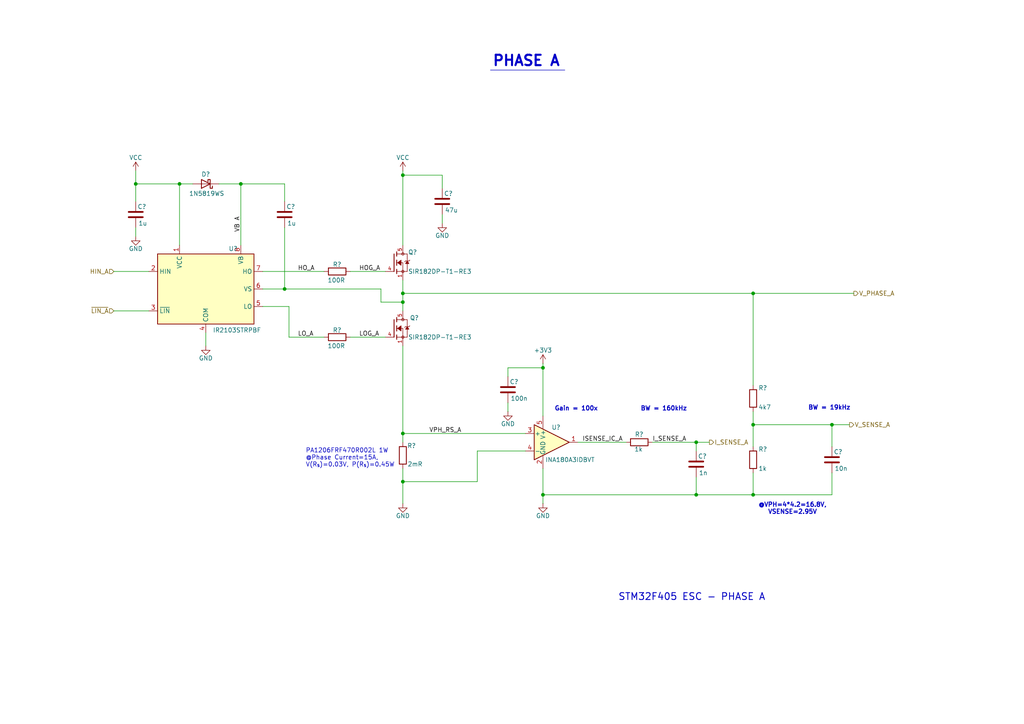
<source format=kicad_sch>
(kicad_sch (version 20250114) (generator "eeschema") (generator_version "9.0")
  (paper "A4")
  (title_block (title "STM32F405 ESC") (rev "0.0.1") (company "mangoByte"))
  (lib_symbols
    (symbol "Amplifier_Current:INA180A3" (pin_names (offset 0.127))
      (property "Reference" "U" (at 3.81 3.81 0))
      (property "Value" "INA180A3" (at 3.81 -2.54 0))
      (symbol "INA180A3_0_1"
        (polyline (pts (xy 5.08 0) (xy -5.08 5.08) (xy -5.08 -5.08) (xy 5.08 0)) (stroke (width 0.254)) (fill (type background)))
      )
      (symbol "INA180A3_1_1"
        (pin input line (at -7.62 2.54 0) (length 2.54) (name "+") (number "3"))
        (pin input line (at -7.62 -2.54 0) (length 2.54) (name "-") (number "4"))
        (pin power_in line (at -2.54 7.62 270) (length 3.81) (name "V+") (number "5"))
        (pin power_in line (at -2.54 -7.62 90) (length 3.81) (name "GND") (number "2"))
        (pin output line (at 7.62 0 180) (length 2.54) (name "~") (number "1"))
      )
    )
    (symbol "Device:C" (pin_numbers (hide yes)) (pin_names (offset 0.254))
      (property "Reference" "C" (at 0.635 2.54 0))
      (property "Value" "C" (at 0.635 -2.54 0))
      (symbol "C_0_1"
        (polyline (pts (xy -2.032 0.762) (xy 2.032 0.762)) (stroke (width 0.508)))
        (polyline (pts (xy -2.032 -0.762) (xy 2.032 -0.762)) (stroke (width 0.508)))
      )
      (symbol "C_1_1"
        (pin passive line (at 0 3.81 270) (length 2.794) (name "~") (number "1"))
        (pin passive line (at 0 -3.81 90) (length 2.794) (name "~") (number "2"))
      )
    )
    (symbol "Diode:1N5819WS" (pin_numbers (hide yes)) (pin_names (offset 1.016) (hide yes))
      (property "Reference" "D" (at 0 2.54 0))
      (property "Value" "1N5819WS" (at 0 -2.54 0))
      (symbol "1N5819WS_0_1"
        (polyline (pts (xy -1.905 0.635) (xy -1.905 1.27) (xy -1.27 1.27) (xy -1.27 -1.27) (xy -0.635 -1.27) (xy -0.635 -0.635)) (stroke (width 0.254)))
        (polyline (pts (xy 1.27 1.27) (xy 1.27 -1.27) (xy -1.27 0) (xy 1.27 1.27)) (stroke (width 0.254)))
        (polyline (pts (xy 1.27 0) (xy -1.27 0)))
      )
      (symbol "1N5819WS_1_1"
        (pin passive line (at -3.81 0 0) (length 2.54) (name "K") (number "1"))
        (pin passive line (at 3.81 0 180) (length 2.54) (name "A") (number "2"))
      )
    )
    (symbol "No silk screen devices:R" (pin_numbers (hide yes)) (pin_names (offset 0))
      (property "Reference" "R" (at 2.032 0 90))
      (property "Value" "R" (at 0 0 90))
      (symbol "R_0_1"
        (rectangle (start -1.016 -2.54) (end 1.016 2.54) (stroke (width 0.254)))
      )
      (symbol "R_1_1"
        (pin passive line (at 0 3.81 270) (length 1.27) (name "~") (number "1"))
        (pin passive line (at 0 -3.81 90) (length 1.27) (name "~") (number "2"))
      )
    )
    (symbol "SIR182DP-T1-RE3:SIR182DP-T1-RE3" (pin_names (offset 1.016))
      (property "Reference" "Q" (at -8.89 2.54 0))
      (property "Value" "SIR182DP-T1-RE3" (at -8.89 -7.62 0))
      (symbol "SIR182DP-T1-RE3_0_0"
        (polyline (pts (xy 0 2.54) (xy 0 -2.54)) (stroke (width 0.254)))
        (polyline (pts (xy 0.762 3.175) (xy 0.762 2.54)) (stroke (width 0.254)))
        (polyline (pts (xy 0.762 2.54) (xy 0.762 1.905)) (stroke (width 0.254)))
        (polyline (pts (xy 0.762 2.54) (xy 3.81 2.54)) (stroke (width 0.1524)))
        (polyline (pts (xy 0.762 0.762) (xy 0.762 0)) (stroke (width 0.254)))
        (polyline (pts (xy 0.762 0) (xy 0.762 -0.762)) (stroke (width 0.254)))
        (polyline (pts (xy 0.762 0) (xy 2.54 0)) (stroke (width 0.1524)))
        (polyline (pts (xy 0.762 -1.905) (xy 0.762 -2.54)) (stroke (width 0.254)))
        (polyline (pts (xy 0.762 -2.54) (xy 0.762 -3.175)) (stroke (width 0.254)))
        (polyline (pts (xy 1.016 0) (xy 2.032 0.762) (xy 2.032 -0.762) (xy 1.016 0)) (stroke (width 0.1524)) (fill (type outline)))
        (circle (center 2.54 2.54) (radius 0.3592))
        (polyline (pts (xy 2.54 0) (xy 2.54 -2.54)) (stroke (width 0.1524)))
        (polyline (pts (xy 2.54 -2.54) (xy 0.762 -2.54)) (stroke (width 0.1524)))
        (polyline (pts (xy 2.54 -2.54) (xy 3.81 -2.54)) (stroke (width 0.1524)))
        (circle (center 2.54 -2.54) (radius 0.3592))
        (polyline (pts (xy 3.302 0.508) (xy 3.048 0.254)) (stroke (width 0.1524)))
        (polyline (pts (xy 3.81 2.54) (xy 3.81 0.508)) (stroke (width 0.1524)))
        (polyline (pts (xy 3.81 0.508) (xy 3.302 0.508)) (stroke (width 0.1524)))
        (polyline (pts (xy 3.81 0.508) (xy 3.81 -2.54)) (stroke (width 0.1524)))
        (polyline (pts (xy 3.81 0.508) (xy 3.302 -0.254) (xy 4.318 -0.254) (xy 3.81 0.508)) (stroke (width 0.1524)) (fill (type outline)))
        (polyline (pts (xy 4.318 0.508) (xy 3.81 0.508)) (stroke (width 0.1524)))
        (polyline (pts (xy 4.572 0.762) (xy 4.318 0.508)) (stroke (width 0.1524)))
        (pin passive line (at -2.54 -2.54 0) (length 2.54) (name "~") (number "4"))
        (pin passive line (at 2.54 5.08 270) (length 2.54) (name "~") (number "5"))
        (pin passive line (at 2.54 5.08 270) (length 2.54) (hide yes) (name "~") (number "6"))
        (pin passive line (at 2.54 5.08 270) (length 2.54) (hide yes) (name "~") (number "7"))
        (pin passive line (at 2.54 5.08 270) (length 2.54) (hide yes) (name "~") (number "8"))
        (pin passive line (at 2.54 5.08 270) (length 2.54) (hide yes) (name "~") (number "9"))
        (pin passive line (at 2.54 -5.08 90) (length 2.54) (name "~") (number "1"))
        (pin passive line (at 2.54 -5.08 90) (length 2.54) (hide yes) (name "~") (number "2"))
        (pin passive line (at 2.54 -5.08 90) (length 2.54) (hide yes) (name "~") (number "3"))
      )
    )
    (symbol "personal-library:IR2103"
      (property "Reference" "U" (at 12.192 11.176 0))
      (property "Value" "IR2103" (at 2.286 -11.684 0))
      (symbol "IR2103_0_1"
        (rectangle (start -13.97 10.16) (end 13.97 -10.16) (stroke (width 0.254)) (fill (type background)))
      )
      (symbol "IR2103_1_1"
        (pin input line (at -16.51 5.08 0) (length 2.54) (name "HIN") (number "2"))
        (pin input line (at -16.51 -6.35 0) (length 2.54) (name "~{LIN}") (number "3"))
        (pin power_in line (at -7.62 12.7 270) (length 2.54) (name "VCC") (number "1"))
        (pin power_in line (at 0 -12.7 90) (length 2.54) (name "COM") (number "4"))
        (pin passive line (at 10.16 12.7 270) (length 2.54) (name "VB") (number "8"))
        (pin output line (at 16.51 5.08 180) (length 2.54) (name "HO") (number "7"))
        (pin passive line (at 16.51 0 180) (length 2.54) (name "VS") (number "6"))
        (pin output line (at 16.51 -5.08 180) (length 2.54) (name "LO") (number "5"))
      )
    )
    (symbol "power:+3V3" (power) (pin_numbers (hide yes)) (pin_names (offset 0) (hide yes))
      (property "Value" "+3V3" (at 0 3.556 0))
      (symbol "+3V3_0_1"
        (polyline (pts (xy -0.762 1.27) (xy 0 2.54)))
        (polyline (pts (xy 0 2.54) (xy 0.762 1.27)))
        (polyline (pts (xy 0 0) (xy 0 2.54)))
      )
      (symbol "+3V3_1_1"
        (pin power_in line (at 0 0 90) (length 0) (name "~") (number "1"))
      )
    )
    (symbol "power:GND" (power) (pin_numbers (hide yes)) (pin_names (offset 0) (hide yes))
      (property "Value" "GND" (at 0 -3.81 0))
      (symbol "GND_0_1"
        (polyline (pts (xy 0 0) (xy 0 -1.27) (xy 1.27 -1.27) (xy 0 -2.54) (xy -1.27 -1.27) (xy 0 -1.27)))
      )
      (symbol "GND_1_1"
        (pin power_in line (at 0 0 270) (length 0) (name "~") (number "1"))
      )
    )
    (symbol "power:VCC" (power) (pin_numbers (hide yes)) (pin_names (offset 0) (hide yes))
      (property "Value" "VCC" (at 0 3.556 0))
      (symbol "VCC_0_1"
        (polyline (pts (xy -0.762 1.27) (xy 0 2.54)))
        (polyline (pts (xy 0 2.54) (xy 0.762 1.27)))
        (polyline (pts (xy 0 0) (xy 0 2.54)))
      )
      (symbol "VCC_1_1"
        (pin power_in line (at 0 0 90) (length 0) (name "~") (number "1"))
      )
    )
  )
  (text "STM32F405 ESC - PHASE A" (at 200.66 173.228 0) (effects (font (size 2 2) (thickness 0.254) (bold yes))))
  (text "PA1206FRF470R002L 1W\n@Phase Current=15A, \nV(R_{s})=0.03V, P(R_{s})=0.45W" (at 88.646 132.842 0) (effects (font (size 1.27 1.27)) (justify left)))
  (text "@VPH=4*4.2=16.8V,\nVSENSE=2.95V" (at 229.87 147.574 0) (effects (font (size 1.27 1.27) (thickness 0.254) (bold yes))))
  (text "Gain = 100x" (at 167.132 118.618 0) (effects (font (size 1.27 1.27) (thickness 0.254) (bold yes))))
  (text "BW = 19kHz" (at 240.538 118.364 0) (effects (font (size 1.27 1.27) (thickness 0.254) (bold yes))))
  (text "PHASE A" (at 152.654 17.78 0) (effects (font (size 3 3) (thickness 0.6) (bold yes))))
  (text "BW = 160kHz" (at 192.532 118.618 0) (effects (font (size 1.27 1.27) (thickness 0.254) (bold yes))))
  (junction (at 52.07 53.34))
  (junction (at 39.37 53.34))
  (junction (at 116.84 139.7))
  (junction (at 82.55 83.82))
  (junction (at 201.93 143.51))
  (junction (at 218.44 143.51))
  (junction (at 218.44 123.19))
  (junction (at 69.85 53.34))
  (junction (at 116.84 50.8))
  (junction (at 157.48 143.51))
  (junction (at 116.84 87.63))
  (junction (at 116.84 125.73))
  (junction (at 218.44 85.09))
  (junction (at 201.93 128.27))
  (junction (at 241.3 123.19))
  (junction (at 116.84 85.09))
  (junction (at 157.48 106.68))
  (wire (pts (xy 116.84 85.09) (xy 116.84 87.63)))
  (wire (pts (xy 116.84 81.28) (xy 116.84 85.09)))
  (wire (pts (xy 76.2 88.9) (xy 83.82 88.9)))
  (wire (pts (xy 116.84 85.09) (xy 218.44 85.09)))
  (wire (pts (xy 116.84 135.89) (xy 116.84 139.7)))
  (wire (pts (xy 138.43 130.81) (xy 138.43 139.7)))
  (wire (pts (xy 157.48 105.41) (xy 157.48 106.68)))
  (wire (pts (xy 116.84 100.33) (xy 116.84 125.73)))
  (wire (pts (xy 147.32 116.84) (xy 147.32 119.38)))
  (wire (pts (xy 157.48 106.68) (xy 157.48 120.65)))
  (wire (pts (xy 39.37 53.34) (xy 39.37 58.42)))
  (wire (pts (xy 201.93 128.27) (xy 205.74 128.27)))
  (wire (pts (xy 241.3 123.19) (xy 241.3 129.54)))
  (wire (pts (xy 116.84 50.8) (xy 116.84 71.12)))
  (wire (pts (xy 157.48 143.51) (xy 157.48 146.05)))
  (wire (pts (xy 82.55 66.04) (xy 82.55 83.82)))
  (wire (pts (xy 241.3 137.16) (xy 241.3 143.51)))
  (wire (pts (xy 59.69 96.52) (xy 59.69 100.33)))
  (wire (pts (xy 128.27 64.77) (xy 128.27 62.23)))
  (wire (pts (xy 76.2 78.74) (xy 93.98 78.74)))
  (wire (pts (xy 152.4 130.81) (xy 138.43 130.81)))
  (wire (pts (xy 69.85 53.34) (xy 69.85 71.12)))
  (wire (pts (xy 201.93 138.43) (xy 201.93 143.51)))
  (wire (pts (xy 33.02 78.74) (xy 43.18 78.74)))
  (wire (pts (xy 110.49 87.63) (xy 116.84 87.63)))
  (wire (pts (xy 116.84 139.7) (xy 116.84 146.05)))
  (wire (pts (xy 83.82 88.9) (xy 83.82 97.79)))
  (wire (pts (xy 218.44 119.38) (xy 218.44 123.19)))
  (wire (pts (xy 218.44 85.09) (xy 247.65 85.09)))
  (wire (pts (xy 83.82 97.79) (xy 93.98 97.79)))
  (wire (pts (xy 52.07 53.34) (xy 55.88 53.34)))
  (wire (pts (xy 218.44 85.09) (xy 218.44 111.76)))
  (wire (pts (xy 101.6 78.74) (xy 111.76 78.74)))
  (wire (pts (xy 218.44 123.19) (xy 218.44 129.54)))
  (wire (pts (xy 52.07 71.12) (xy 52.07 53.34)))
  (wire (pts (xy 167.64 128.27) (xy 181.61 128.27)))
  (wire (pts (xy 39.37 66.04) (xy 39.37 68.58)))
  (wire (pts (xy 147.32 106.68) (xy 157.48 106.68)))
  (wire (pts (xy 116.84 125.73) (xy 116.84 128.27)))
  (wire (pts (xy 39.37 53.34) (xy 52.07 53.34)))
  (wire (pts (xy 116.84 49.53) (xy 116.84 50.8)))
  (wire (pts (xy 152.4 125.73) (xy 116.84 125.73)))
  (wire (pts (xy 101.6 97.79) (xy 111.76 97.79)))
  (wire (pts (xy 157.48 135.89) (xy 157.48 143.51)))
  (wire (pts (xy 63.5 53.34) (xy 69.85 53.34)))
  (wire (pts (xy 128.27 50.8) (xy 116.84 50.8)))
  (wire (pts (xy 218.44 123.19) (xy 241.3 123.19)))
  (wire (pts (xy 218.44 137.16) (xy 218.44 143.51)))
  (wire (pts (xy 201.93 128.27) (xy 201.93 130.81)))
  (wire (pts (xy 33.02 90.17) (xy 43.18 90.17)))
  (wire (pts (xy 189.23 128.27) (xy 201.93 128.27)))
  (wire (pts (xy 128.27 50.8) (xy 128.27 54.61)))
  (wire (pts (xy 147.32 106.68) (xy 147.32 109.22)))
  (wire (pts (xy 218.44 143.51) (xy 201.93 143.51)))
  (wire (pts (xy 157.48 143.51) (xy 201.93 143.51)))
  (wire (pts (xy 110.49 83.82) (xy 110.49 87.63)))
  (wire (pts (xy 82.55 83.82) (xy 110.49 83.82)))
  (wire (pts (xy 82.55 53.34) (xy 69.85 53.34)))
  (wire (pts (xy 116.84 87.63) (xy 116.84 90.17)))
  (wire (pts (xy 241.3 143.51) (xy 218.44 143.51)))
  (wire (pts (xy 241.3 123.19) (xy 246.38 123.19)))
  (wire (pts (xy 82.55 83.82) (xy 76.2 83.82)))
  (wire (pts (xy 39.37 49.53) (xy 39.37 53.34)))
  (wire (pts (xy 82.55 58.42) (xy 82.55 53.34)))
  (polyline (pts (xy 142.24 20.32) (xy 163.83 20.32)))
  (wire (pts (xy 138.43 139.7) (xy 116.84 139.7)))
  (label "HOG_A" (at 104.14 78.74 0))
  (label "VPH_RS_A" (at 124.46 125.73 0))
  (label "I_SENSE_A" (at 189.23 128.27 0))
  (label "LO_A" (at 86.36 97.79 0))
  (label "VB A" (at 69.85 67.31 90))
  (label "ISENSE_IC_A" (at 168.91 128.27 0))
  (label "HO_A" (at 86.36 78.74 0))
  (label "LOG_A" (at 104.14 97.79 0))
  (hierarchical_label "~{LIN_A}" (shape input) (at 33.02 90.17 180))
  (hierarchical_label "I_SENSE_A" (shape output) (at 205.74 128.27 0))
  (hierarchical_label "HIN_A" (shape input) (at 33.02 78.74 180))
  (hierarchical_label "V_SENSE_A" (shape output) (at 246.38 123.19 0))
  (hierarchical_label "V_PHASE_A" (shape output) (at 247.65 85.09 0))
  (symbol (lib_id "No silk screen devices:R") (at 185.42 128.27 90) (unit 1)
    (property "Reference" "R?" (at 186.69 125.984 90) (effects (justify left)))
    (property "Value" "1k" (at 186.436 130.302 90) (effects (justify left)))
    (property "Footprint" "No Silkscreen:R_0402_1005Metric" (effects (hide yes)))
    (property "Description" "Resistor" (effects (hide yes)))
  )
  (symbol (lib_id "No silk screen devices:R") (at 97.79 97.79 90) (unit 1)
    (property "Reference" "R?" (at 97.79 95.758 90))
    (property "Value" "100R" (at 97.536 100.33 90))
    (property "Footprint" "No Silkscreen:R_0805_2012Metric" (effects (hide yes)))
    (property "Description" "Resistor" (effects (hide yes)))
  )
  (symbol (lib_id "power:VCC") (at 116.84 49.53 0) (unit 1)
    (property "Reference" "#PWR04" (effects (hide yes)))
    (property "Value" "VCC" (at 116.84 45.72 0))
    (property "Description" "Power symbol creates a global label with name \"VCC\"" (effects (hide yes)))
  )
  (symbol (lib_id "personal-library:IR2103") (at 59.69 83.82 0) (unit 1)
    (property "Reference" "U?" (at 66.294 72.136 0) (effects (justify left)))
    (property "Value" "IR2103STRPBF" (at 61.722 95.758 0) (effects (justify left)))
    (property "Datasheet" "https://www.infineon.com/dgdl/ir2103.pdf?fileId=5546d462533600a4015355c7b54b166f" (effects (hide yes)))
    (property "Description" "Half-Bridge Driver, 600V, 210/360mA, PDIP-8/SOIC-8" (effects (hide yes)))
  )
  (symbol (lib_id "power:+3V3") (at 157.48 105.41 0) (unit 1)
    (property "Reference" "#PWR?" (effects (hide yes)))
    (property "Value" "+3V3" (at 157.48 101.6 0))
    (property "Description" "Power symbol creates a global label with name \"+3V3\"" (effects (hide yes)))
  )
  (symbol (lib_id "power:GND") (at 128.27 64.77 0) (unit 1)
    (property "Reference" "#PWR05" (effects (hide yes)))
    (property "Value" "GND" (at 128.27 68.326 0))
    (property "Description" "Power symbol creates a global label with name \"GND\" , ground" (effects (hide yes)))
  )
  (symbol (lib_id "Device:C") (at 201.93 134.62 0) (unit 1)
    (property "Reference" "C?" (at 202.438 132.334 0) (effects (justify left)))
    (property "Value" "1n" (at 202.692 137.16 0) (effects (justify left)))
    (property "Footprint" "No Silkscreen:C_0402_1005Metric" (effects (hide yes)))
    (property "Description" "Unpolarized capacitor" (effects (hide yes)))
  )
  (symbol (lib_id "Device:C") (at 82.55 62.23 0) (unit 1)
    (property "Reference" "C?" (at 83.058 59.944 0) (effects (justify left)))
    (property "Value" "1u" (at 83.312 64.77 0) (effects (justify left)))
    (property "Footprint" "No Silkscreen:C_0402_1005Metric" (effects (hide yes)))
    (property "Description" "Unpolarized capacitor" (effects (hide yes)))
  )
  (symbol (lib_id "power:GND") (at 116.84 146.05 0) (unit 1)
    (property "Reference" "#PWR06" (effects (hide yes)))
    (property "Value" "GND" (at 116.84 149.606 0))
    (property "Description" "Power symbol creates a global label with name \"GND\" , ground" (effects (hide yes)))
  )
  (symbol (lib_id "No silk screen devices:R") (at 218.44 115.57 0) (unit 1)
    (property "Reference" "R?" (at 219.964 112.522 0) (effects (justify left)))
    (property "Value" "4k7" (at 219.964 118.11 0) (effects (justify left)))
    (property "Footprint" "No Silkscreen:R_0402_1005Metric" (effects (hide yes)))
    (property "Description" "Resistor" (effects (hide yes)))
  )
  (symbol (lib_id "No silk screen devices:R") (at 116.84 132.08 0) (unit 1)
    (property "Reference" "R?" (at 119.38 129.286 0))
    (property "Value" "2mR" (at 120.396 134.62 0))
    (property "Footprint" "Resistor_SMD:R_1206_3216Metric" (effects (hide yes)))
    (property "Description" "Resistor" (effects (hide yes)))
  )
  (symbol (lib_id "power:GND") (at 59.69 100.33 0) (unit 1)
    (property "Reference" "#PWR?" (effects (hide yes)))
    (property "Value" "GND" (at 59.69 103.886 0))
    (property "Description" "Power symbol creates a global label with name \"GND\" , ground" (effects (hide yes)))
  )
  (symbol (lib_id "Device:C") (at 128.27 58.42 0) (unit 1)
    (property "Reference" "C?" (at 128.778 56.134 0) (effects (justify left)))
    (property "Value" "47u" (at 129.032 60.96 0) (effects (justify left)))
    (property "Description" "Unpolarized capacitor" (effects (hide yes)))
  )
  (symbol (lib_id "Device:C") (at 147.32 113.03 0) (unit 1)
    (property "Reference" "C?" (at 147.828 110.744 0) (effects (justify left)))
    (property "Value" "100n" (at 148.082 115.57 0) (effects (justify left)))
    (property "Footprint" "No Silkscreen:C_0402_1005Metric" (effects (hide yes)))
    (property "Description" "Unpolarized capacitor" (effects (hide yes)))
  )
  (symbol (lib_id "No silk screen devices:R") (at 97.79 78.74 90) (unit 1)
    (property "Reference" "R?" (at 97.79 76.708 90))
    (property "Value" "100R" (at 97.536 81.28 90))
    (property "Footprint" "No Silkscreen:R_0805_2012Metric" (effects (hide yes)))
    (property "Description" "Resistor" (effects (hide yes)))
  )
  (symbol (lib_id "power:VCC") (at 39.37 49.53 0) (unit 1)
    (property "Reference" "#PWR?" (effects (hide yes)))
    (property "Value" "VCC" (at 39.37 45.72 0))
    (property "Description" "Power symbol creates a global label with name \"VCC\"" (effects (hide yes)))
  )
  (symbol (lib_id "No silk screen devices:R") (at 218.44 133.35 0) (unit 1)
    (property "Reference" "R?" (at 219.964 130.302 0) (effects (justify left)))
    (property "Value" "1k" (at 219.964 135.89 0) (effects (justify left)))
    (property "Footprint" "No Silkscreen:R_0402_1005Metric" (effects (hide yes)))
    (property "Description" "Resistor" (effects (hide yes)))
  )
  (symbol (lib_id "SIR182DP-T1-RE3:SIR182DP-T1-RE3") (at 114.3 76.2 0) (unit 1)
    (property "Reference" "Q?" (at 118.364 73.152 0) (effects (justify left)))
    (property "Value" "SIR182DP-T1-RE3" (at 118.364 78.74 0) (effects (justify left)))
    (property "Footprint" "SIR182DP-T1-RE3:SIR182DP-T1-RE3" (effects (hide yes)))
    (property "MF" "Vishay" (effects (hide yes)))
    (property "Description_1" "N-Channel 60 V 60A (Tc) 69.4W (Tc) Surface Mount PowerPAK® SO-8" (effects (hide yes)))
    (property "Package" "PowerPAK SO-8 Vishay" (effects (hide yes)))
    (property "Price" "None" (effects (hide yes)))
    (property "STANDARD" "Manufacturer Recommendations" (effects (hide yes)))
    (property "PARTREV" "B" (effects (hide yes)))
    (property "SnapEDA_Link" "https://www.snapeda.com/parts/SIR182DP-T1-RE3/Vishay+Siliconix/view-part/?ref=snap" (effects (hide yes)))
    (property "MP" "SIR182DP-T1-RE3" (effects (hide yes)))
    (property "Purchase-URL" "https://www.snapeda.com/api/url_track_click_mouser/?unipart_id=3228614&manufacturer=Vishay&part_name=SIR182DP-T1-RE3&search_term=sir182dp-t1-re3" (effects (hide yes)))
    (property "Availability" "In Stock" (effects (hide yes)))
    (property "Check_prices" "https://www.snapeda.com/parts/SIR182DP-T1-RE3/Vishay+Siliconix/view-part/?ref=eda" (effects (hide yes)))
  )
  (symbol (lib_id "SIR182DP-T1-RE3:SIR182DP-T1-RE3") (at 114.3 95.25 0) (unit 1)
    (property "Reference" "Q?" (at 118.872 92.202 0) (effects (justify left)))
    (property "Value" "SIR182DP-T1-RE3" (at 118.364 97.79 0) (effects (justify left)))
    (property "Footprint" "SIR182DP-T1-RE3:SIR182DP-T1-RE3" (effects (hide yes)))
    (property "MF" "Vishay" (effects (hide yes)))
    (property "Description_1" "N-Channel 60 V 60A (Tc) 69.4W (Tc) Surface Mount PowerPAK® SO-8" (effects (hide yes)))
    (property "Package" "PowerPAK SO-8 Vishay" (effects (hide yes)))
    (property "Price" "None" (effects (hide yes)))
    (property "STANDARD" "Manufacturer Recommendations" (effects (hide yes)))
    (property "PARTREV" "B" (effects (hide yes)))
    (property "SnapEDA_Link" "https://www.snapeda.com/parts/SIR182DP-T1-RE3/Vishay+Siliconix/view-part/?ref=snap" (effects (hide yes)))
    (property "MP" "SIR182DP-T1-RE3" (effects (hide yes)))
    (property "Purchase-URL" "https://www.snapeda.com/api/url_track_click_mouser/?unipart_id=3228614&manufacturer=Vishay&part_name=SIR182DP-T1-RE3&search_term=sir182dp-t1-re3" (effects (hide yes)))
    (property "Availability" "In Stock" (effects (hide yes)))
    (property "Check_prices" "https://www.snapeda.com/parts/SIR182DP-T1-RE3/Vishay+Siliconix/view-part/?ref=eda" (effects (hide yes)))
  )
  (symbol (lib_id "Diode:1N5819WS") (at 59.69 53.34 180) (unit 1)
    (property "Reference" "D?" (at 59.69 50.546 0))
    (property "Value" "1N5819WS" (at 59.944 56.134 0))
    (property "Footprint" "Diode_SMD:D_SOD-323" (effects (hide yes)))
    (property "Datasheet" "https://datasheet.lcsc.com/lcsc/2204281430_Guangdong-Hottech-1N5819WS_C191023.pdf" (effects (hide yes)))
    (property "Description" "40V 600mV@1A 1A SOD-323 Schottky Barrier Diodes, SOD-323" (effects (hide yes)))
  )
  (symbol (lib_id "Device:C") (at 241.3 133.35 0) (unit 1)
    (property "Reference" "C?" (at 241.808 131.064 0) (effects (justify left)))
    (property "Value" "10n" (at 242.062 135.89 0) (effects (justify left)))
    (property "Footprint" "No Silkscreen:C_0402_1005Metric" (effects (hide yes)))
    (property "Description" "Unpolarized capacitor" (effects (hide yes)))
  )
  (symbol (lib_id "power:GND") (at 39.37 68.58 0) (unit 1)
    (property "Reference" "#PWR02" (effects (hide yes)))
    (property "Value" "GND" (at 39.37 72.136 0))
    (property "Description" "Power symbol creates a global label with name \"GND\" , ground" (effects (hide yes)))
  )
  (symbol (lib_id "power:GND") (at 147.32 119.38 0) (unit 1)
    (property "Reference" "#PWR08" (effects (hide yes)))
    (property "Value" "GND" (at 147.32 122.936 0))
    (property "Description" "Power symbol creates a global label with name \"GND\" , ground" (effects (hide yes)))
  )
  (symbol (lib_id "Amplifier_Current:INA180A3") (at 160.02 128.27 0) (unit 1)
    (property "Reference" "U?" (at 161.29 123.952 0))
    (property "Value" "INA180A3IDBVT" (at 165.354 133.35 0))
    (property "Footprint" "Package_TO_SOT_SMD:SOT-23-5" (effects (hide yes)))
    (property "Datasheet" "http://www.ti.com/lit/ds/symlink/ina180.pdf" (effects (hide yes)))
    (property "Description" "Current Sense Amplifier, 1 Circuit, Rail-to-Rail, 26V, Gain 100 V/V, SOT-23-5" (effects (hide yes)))
  )
  (symbol (lib_id "power:GND") (at 157.48 146.05 0) (unit 1)
    (property "Reference" "#PWR09" (effects (hide yes)))
    (property "Value" "GND" (at 157.48 149.606 0))
    (property "Description" "Power symbol creates a global label with name \"GND\" , ground" (effects (hide yes)))
  )
  (symbol (lib_id "Device:C") (at 39.37 62.23 0) (unit 1)
    (property "Reference" "C?" (at 39.878 59.944 0) (effects (justify left)))
    (property "Value" "1u" (at 40.132 64.77 0) (effects (justify left)))
    (property "Footprint" "No Silkscreen:C_0402_1005Metric" (effects (hide yes)))
    (property "Description" "Unpolarized capacitor" (effects (hide yes)))
  )
)
</source>
